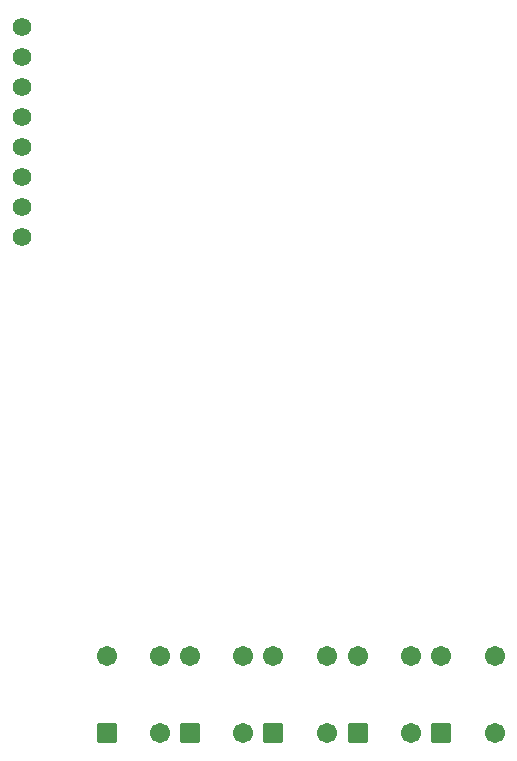
<source format=gbr>
%TF.GenerationSoftware,KiCad,Pcbnew,8.0.4*%
%TF.CreationDate,2024-09-18T19:22:47-07:00*%
%TF.ProjectId,ptpe_pcb,70747065-5f70-4636-922e-6b696361645f,rev?*%
%TF.SameCoordinates,Original*%
%TF.FileFunction,Soldermask,Bot*%
%TF.FilePolarity,Negative*%
%FSLAX46Y46*%
G04 Gerber Fmt 4.6, Leading zero omitted, Abs format (unit mm)*
G04 Created by KiCad (PCBNEW 8.0.4) date 2024-09-18 19:22:47*
%MOMM*%
%LPD*%
G01*
G04 APERTURE LIST*
G04 Aperture macros list*
%AMRoundRect*
0 Rectangle with rounded corners*
0 $1 Rounding radius*
0 $2 $3 $4 $5 $6 $7 $8 $9 X,Y pos of 4 corners*
0 Add a 4 corners polygon primitive as box body*
4,1,4,$2,$3,$4,$5,$6,$7,$8,$9,$2,$3,0*
0 Add four circle primitives for the rounded corners*
1,1,$1+$1,$2,$3*
1,1,$1+$1,$4,$5*
1,1,$1+$1,$6,$7*
1,1,$1+$1,$8,$9*
0 Add four rect primitives between the rounded corners*
20,1,$1+$1,$2,$3,$4,$5,0*
20,1,$1+$1,$4,$5,$6,$7,0*
20,1,$1+$1,$6,$7,$8,$9,0*
20,1,$1+$1,$8,$9,$2,$3,0*%
G04 Aperture macros list end*
%ADD10RoundRect,0.102000X0.749000X-0.749000X0.749000X0.749000X-0.749000X0.749000X-0.749000X-0.749000X0*%
%ADD11C,1.702000*%
%ADD12C,1.574000*%
G04 APERTURE END LIST*
D10*
%TO.C,Misc1*%
X117140000Y-121635000D03*
D11*
X117140000Y-115135000D03*
X121640000Y-121635000D03*
X121640000Y-115135000D03*
%TD*%
D10*
%TO.C,Left/Down*%
X124170000Y-121645000D03*
D11*
X124170000Y-115145000D03*
X128670000Y-121645000D03*
X128670000Y-115145000D03*
%TD*%
D10*
%TO.C,Right/Up*%
X138370000Y-121650000D03*
D11*
X138370000Y-115150000D03*
X142870000Y-121650000D03*
X142870000Y-115150000D03*
%TD*%
D10*
%TO.C,Select*%
X131220000Y-121650000D03*
D11*
X131220000Y-115150000D03*
X135720000Y-121650000D03*
X135720000Y-115150000D03*
%TD*%
D10*
%TO.C,Misc2*%
X145450000Y-121650000D03*
D11*
X145450000Y-115150000D03*
X149950000Y-121650000D03*
X149950000Y-115150000D03*
%TD*%
D12*
%TO.C,REF\u002A\u002A*%
X109900000Y-61910000D03*
X109900000Y-64450000D03*
X109900000Y-66990000D03*
X109900000Y-69530000D03*
X109900000Y-72070000D03*
X109900000Y-74610000D03*
X109900000Y-77150000D03*
X109900000Y-79690000D03*
%TD*%
M02*

</source>
